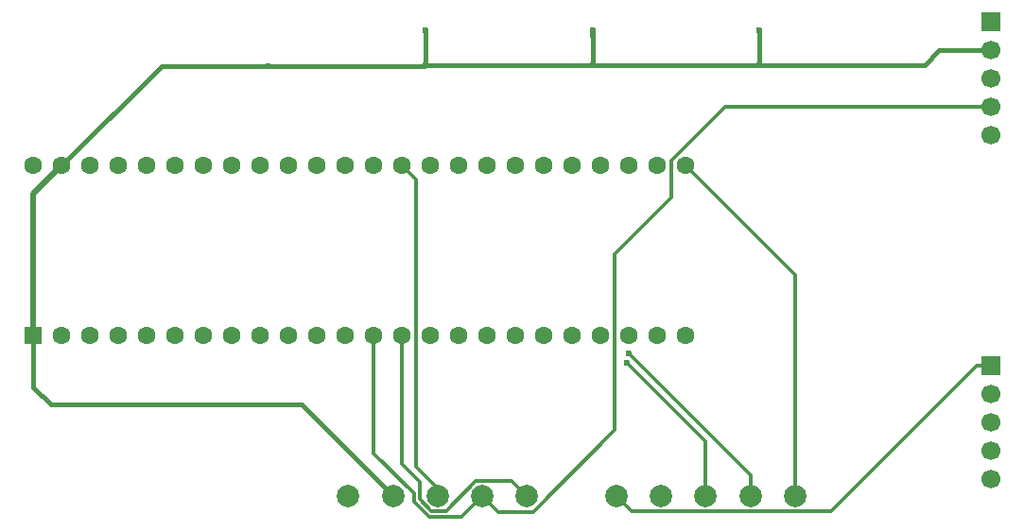
<source format=gbl>
G04 #@! TF.GenerationSoftware,KiCad,Pcbnew,9.0.4-9.0.4-0~ubuntu22.04.1*
G04 #@! TF.CreationDate,2025-10-13T12:48:48-07:00*
G04 #@! TF.ProjectId,test_arena,74657374-5f61-4726-956e-612e6b696361,rev?*
G04 #@! TF.SameCoordinates,Original*
G04 #@! TF.FileFunction,Copper,L2,Bot*
G04 #@! TF.FilePolarity,Positive*
%FSLAX46Y46*%
G04 Gerber Fmt 4.6, Leading zero omitted, Abs format (unit mm)*
G04 Created by KiCad (PCBNEW 9.0.4-9.0.4-0~ubuntu22.04.1) date 2025-10-13 12:48:48*
%MOMM*%
%LPD*%
G01*
G04 APERTURE LIST*
G04 #@! TA.AperFunction,ComponentPad*
%ADD10C,2.000000*%
G04 #@! TD*
G04 #@! TA.AperFunction,ComponentPad*
%ADD11R,1.700000X1.700000*%
G04 #@! TD*
G04 #@! TA.AperFunction,ComponentPad*
%ADD12C,1.700000*%
G04 #@! TD*
G04 #@! TA.AperFunction,ComponentPad*
%ADD13R,1.600000X1.600000*%
G04 #@! TD*
G04 #@! TA.AperFunction,ComponentPad*
%ADD14C,1.600000*%
G04 #@! TD*
G04 #@! TA.AperFunction,ViaPad*
%ADD15C,0.600000*%
G04 #@! TD*
G04 #@! TA.AperFunction,Conductor*
%ADD16C,0.400000*%
G04 #@! TD*
G04 #@! TA.AperFunction,Conductor*
%ADD17C,0.500000*%
G04 #@! TD*
G04 #@! TA.AperFunction,Conductor*
%ADD18C,0.300000*%
G04 #@! TD*
G04 APERTURE END LIST*
D10*
G04 #@! TO.P,TP6,1,1*
G04 #@! TO.N,/CS0*
X104000000Y-97000000D03*
G04 #@! TD*
G04 #@! TO.P,TP9,1,1*
G04 #@! TO.N,/CS3*
X116000000Y-97000000D03*
G04 #@! TD*
G04 #@! TO.P,TP2,1,1*
G04 #@! TO.N,GND*
X84000000Y-97000000D03*
G04 #@! TD*
G04 #@! TO.P,TP1,1,1*
G04 #@! TO.N,+5V*
X80000000Y-97000000D03*
G04 #@! TD*
G04 #@! TO.P,TP10,1,1*
G04 #@! TO.N,/EINT*
X120000000Y-97000000D03*
G04 #@! TD*
D11*
G04 #@! TO.P,J1,1,Pin_1*
G04 #@! TO.N,+5V*
X137500000Y-54520000D03*
D12*
G04 #@! TO.P,J1,2,Pin_2*
G04 #@! TO.N,GND*
X137500000Y-57060000D03*
G04 #@! TO.P,J1,3,Pin_3*
G04 #@! TO.N,/SCK*
X137500000Y-59600000D03*
G04 #@! TO.P,J1,4,Pin_4*
G04 #@! TO.N,/MOSI*
X137500000Y-62140000D03*
G04 #@! TO.P,J1,5,Pin_5*
G04 #@! TO.N,/MISO*
X137500000Y-64680000D03*
G04 #@! TD*
D10*
G04 #@! TO.P,TP4,1,1*
G04 #@! TO.N,/MOSI*
X92000000Y-97000000D03*
G04 #@! TD*
G04 #@! TO.P,TP7,1,1*
G04 #@! TO.N,/CS1*
X108000000Y-97000000D03*
G04 #@! TD*
G04 #@! TO.P,TP8,1,1*
G04 #@! TO.N,/CS2*
X112000000Y-97000000D03*
G04 #@! TD*
D13*
G04 #@! TO.P,U1,1,GND*
G04 #@! TO.N,GND*
X51790000Y-82620000D03*
D14*
G04 #@! TO.P,U1,2,0_RX1_CRX2_CS1*
G04 #@! TO.N,/CS0*
X54330000Y-82620000D03*
G04 #@! TO.P,U1,3,1_TX1_CTX2_MISO1*
G04 #@! TO.N,unconnected-(U1-1_TX1_CTX2_MISO1-Pad3)*
X56870000Y-82620000D03*
G04 #@! TO.P,U1,4,2_OUT2*
G04 #@! TO.N,/CS1*
X59410000Y-82620000D03*
G04 #@! TO.P,U1,5,3_LRCLK2*
G04 #@! TO.N,/CS2*
X61950000Y-82620000D03*
G04 #@! TO.P,U1,6,4_BCLK2*
G04 #@! TO.N,/CS3*
X64490000Y-82620000D03*
G04 #@! TO.P,U1,7,5_IN2*
G04 #@! TO.N,unconnected-(U1-5_IN2-Pad7)*
X67030000Y-82620000D03*
G04 #@! TO.P,U1,8,6_OUT1D*
G04 #@! TO.N,unconnected-(U1-6_OUT1D-Pad8)*
X69570000Y-82620000D03*
G04 #@! TO.P,U1,9,7_RX2_OUT1A*
G04 #@! TO.N,unconnected-(U1-7_RX2_OUT1A-Pad9)*
X72110000Y-82620000D03*
G04 #@! TO.P,U1,10,8_TX2_IN1*
G04 #@! TO.N,unconnected-(U1-8_TX2_IN1-Pad10)*
X74650000Y-82620000D03*
G04 #@! TO.P,U1,11,9_OUT1C*
G04 #@! TO.N,unconnected-(U1-9_OUT1C-Pad11)*
X77190000Y-82620000D03*
G04 #@! TO.P,U1,12,10_CS_MQSR*
G04 #@! TO.N,unconnected-(U1-10_CS_MQSR-Pad12)*
X79730000Y-82620000D03*
G04 #@! TO.P,U1,13,11_MOSI_CTX1*
G04 #@! TO.N,/MOSI*
X82270000Y-82620000D03*
G04 #@! TO.P,U1,14,12_MISO_MQSL*
G04 #@! TO.N,/MISO*
X84810000Y-82620000D03*
G04 #@! TO.P,U1,15,3V3*
G04 #@! TO.N,unconnected-(U1-3V3-Pad15)*
X87350000Y-82620000D03*
G04 #@! TO.P,U1,16,24_A10_TX6_SCL2*
G04 #@! TO.N,unconnected-(U1-24_A10_TX6_SCL2-Pad16)*
X89890000Y-82620000D03*
G04 #@! TO.P,U1,17,25_A11_RX6_SDA2*
G04 #@! TO.N,unconnected-(U1-25_A11_RX6_SDA2-Pad17)*
X92430000Y-82620000D03*
G04 #@! TO.P,U1,18,26_A12_MOSI1*
G04 #@! TO.N,unconnected-(U1-26_A12_MOSI1-Pad18)*
X94970000Y-82620000D03*
G04 #@! TO.P,U1,19,27_A13_SCK1*
G04 #@! TO.N,unconnected-(U1-27_A13_SCK1-Pad19)*
X97510000Y-82620000D03*
G04 #@! TO.P,U1,20,28_RX7*
G04 #@! TO.N,/DLED*
X100050000Y-82620000D03*
G04 #@! TO.P,U1,21,29_TX7*
G04 #@! TO.N,unconnected-(U1-29_TX7-Pad21)*
X102590000Y-82620000D03*
G04 #@! TO.P,U1,22,30_CRX3*
G04 #@! TO.N,unconnected-(U1-30_CRX3-Pad22)*
X105130000Y-82620000D03*
G04 #@! TO.P,U1,23,31_CTX3*
G04 #@! TO.N,unconnected-(U1-31_CTX3-Pad23)*
X107670000Y-82620000D03*
G04 #@! TO.P,U1,24,32_OUT1B*
G04 #@! TO.N,unconnected-(U1-32_OUT1B-Pad24)*
X110210000Y-82620000D03*
G04 #@! TO.P,U1,25,33_MCLK2*
G04 #@! TO.N,/EINT*
X110210000Y-67380000D03*
G04 #@! TO.P,U1,26,34_RX8*
G04 #@! TO.N,unconnected-(U1-34_RX8-Pad26)*
X107670000Y-67380000D03*
G04 #@! TO.P,U1,27,35_TX8*
G04 #@! TO.N,unconnected-(U1-35_TX8-Pad27)*
X105130000Y-67380000D03*
G04 #@! TO.P,U1,28,36_CS*
G04 #@! TO.N,unconnected-(U1-36_CS-Pad28)*
X102590000Y-67380000D03*
G04 #@! TO.P,U1,29,37_CS*
G04 #@! TO.N,unconnected-(U1-37_CS-Pad29)*
X100050000Y-67380000D03*
G04 #@! TO.P,U1,30,38_CS1_IN1*
G04 #@! TO.N,unconnected-(U1-38_CS1_IN1-Pad30)*
X97510000Y-67380000D03*
G04 #@! TO.P,U1,31,39_MISO1_OUT1A*
G04 #@! TO.N,unconnected-(U1-39_MISO1_OUT1A-Pad31)*
X94970000Y-67380000D03*
G04 #@! TO.P,U1,32,40_A16*
G04 #@! TO.N,unconnected-(U1-40_A16-Pad32)*
X92430000Y-67380000D03*
G04 #@! TO.P,U1,33,41_A17*
G04 #@! TO.N,unconnected-(U1-41_A17-Pad33)*
X89890000Y-67380000D03*
G04 #@! TO.P,U1,34,GND*
G04 #@! TO.N,unconnected-(U1-GND-Pad34)*
X87350000Y-67380000D03*
G04 #@! TO.P,U1,35,13_SCK_LED*
G04 #@! TO.N,/SCK*
X84810000Y-67380000D03*
G04 #@! TO.P,U1,36,14_A0_TX3_SPDIF_OUT*
G04 #@! TO.N,unconnected-(U1-14_A0_TX3_SPDIF_OUT-Pad36)*
X82270000Y-67380000D03*
G04 #@! TO.P,U1,37,15_A1_RX3_SPDIF_IN*
G04 #@! TO.N,unconnected-(U1-15_A1_RX3_SPDIF_IN-Pad37)*
X79730000Y-67380000D03*
G04 #@! TO.P,U1,38,16_A2_RX4_SCL1*
G04 #@! TO.N,unconnected-(U1-16_A2_RX4_SCL1-Pad38)*
X77190000Y-67380000D03*
G04 #@! TO.P,U1,39,17_A3_TX4_SDA1*
G04 #@! TO.N,unconnected-(U1-17_A3_TX4_SDA1-Pad39)*
X74650000Y-67380000D03*
G04 #@! TO.P,U1,40,18_A4_SDA*
G04 #@! TO.N,unconnected-(U1-18_A4_SDA-Pad40)*
X72110000Y-67380000D03*
G04 #@! TO.P,U1,41,19_A5_SCL*
G04 #@! TO.N,unconnected-(U1-19_A5_SCL-Pad41)*
X69570000Y-67380000D03*
G04 #@! TO.P,U1,42,20_A6_TX5_LRCLK1*
G04 #@! TO.N,unconnected-(U1-20_A6_TX5_LRCLK1-Pad42)*
X67030000Y-67380000D03*
G04 #@! TO.P,U1,43,21_A7_RX5_BCLK1*
G04 #@! TO.N,unconnected-(U1-21_A7_RX5_BCLK1-Pad43)*
X64490000Y-67380000D03*
G04 #@! TO.P,U1,44,22_A8_CTX1*
G04 #@! TO.N,unconnected-(U1-22_A8_CTX1-Pad44)*
X61950000Y-67380000D03*
G04 #@! TO.P,U1,45,23_A9_CRX1_MCLK1*
G04 #@! TO.N,unconnected-(U1-23_A9_CRX1_MCLK1-Pad45)*
X59410000Y-67380000D03*
G04 #@! TO.P,U1,46,3V3*
G04 #@! TO.N,unconnected-(U1-3V3-Pad46)*
X56870000Y-67380000D03*
G04 #@! TO.P,U1,47,GND*
G04 #@! TO.N,GND*
X54330000Y-67380000D03*
G04 #@! TO.P,U1,48,VIN*
G04 #@! TO.N,+5V*
X51790000Y-67380000D03*
G04 #@! TD*
D10*
G04 #@! TO.P,TP5,1,1*
G04 #@! TO.N,/MISO*
X96000000Y-97000000D03*
G04 #@! TD*
D11*
G04 #@! TO.P,J2,1,Pin_1*
G04 #@! TO.N,/CS0*
X137500000Y-85320000D03*
D12*
G04 #@! TO.P,J2,2,Pin_2*
G04 #@! TO.N,/CS1*
X137500000Y-87860000D03*
G04 #@! TO.P,J2,3,Pin_3*
G04 #@! TO.N,/CS2*
X137500000Y-90400000D03*
G04 #@! TO.P,J2,4,Pin_4*
G04 #@! TO.N,/CS3*
X137500000Y-92940000D03*
G04 #@! TO.P,J2,5,Pin_5*
G04 #@! TO.N,/EINT*
X137500000Y-95480000D03*
G04 #@! TD*
D10*
G04 #@! TO.P,TP3,1,1*
G04 #@! TO.N,/SCK*
X88000000Y-97000000D03*
G04 #@! TD*
D15*
G04 #@! TO.N,GND*
X86925000Y-55250000D03*
X116825000Y-55250000D03*
X72875000Y-58450000D03*
X116825000Y-58400000D03*
X101925000Y-55225000D03*
X101925000Y-58425000D03*
X86875000Y-58425000D03*
G04 #@! TO.N,/CS3*
X105078400Y-84221900D03*
G04 #@! TO.N,/CS2*
X104958800Y-85073500D03*
G04 #@! TD*
D16*
G04 #@! TO.N,GND*
X72875000Y-58450000D02*
X86850000Y-58450000D01*
X86875000Y-58425000D02*
X86875000Y-55300000D01*
X86875000Y-58425000D02*
X101925000Y-58425000D01*
D17*
X51790000Y-69920000D02*
X51790000Y-82620000D01*
D16*
X116825000Y-58400000D02*
X116825000Y-55250000D01*
X86875000Y-55300000D02*
X86925000Y-55250000D01*
X54330000Y-67380000D02*
X63260000Y-58450000D01*
X51790000Y-87240000D02*
X51790000Y-82620000D01*
X84000000Y-97000000D02*
X75800000Y-88800000D01*
X101925000Y-58425000D02*
X101925000Y-55875000D01*
X131575000Y-58400000D02*
X132915000Y-57060000D01*
X116825000Y-58400000D02*
X131575000Y-58400000D01*
X63260000Y-58450000D02*
X72875000Y-58450000D01*
X86850000Y-58450000D02*
X86875000Y-58425000D01*
X75800000Y-88800000D02*
X53350000Y-88800000D01*
X53350000Y-88800000D02*
X51790000Y-87240000D01*
D17*
X101925000Y-55875000D02*
X101925000Y-55225000D01*
D16*
X132915000Y-57060000D02*
X137500000Y-57060000D01*
D17*
X54330000Y-67380000D02*
X51790000Y-69920000D01*
D16*
X101925000Y-58425000D02*
X116800000Y-58425000D01*
X116800000Y-58425000D02*
X116825000Y-58400000D01*
D18*
G04 #@! TO.N,/MOSI*
X92000000Y-97000000D02*
X93403700Y-98403700D01*
X113777100Y-62140000D02*
X137500000Y-62140000D01*
X82270000Y-93200200D02*
X85863300Y-96793500D01*
X85863300Y-97502900D02*
X87215200Y-98854800D01*
X108940000Y-66977100D02*
X113777100Y-62140000D01*
X90145200Y-98854800D02*
X92000000Y-97000000D01*
X82270000Y-82620000D02*
X82270000Y-93200200D01*
X103860000Y-75295500D02*
X108940000Y-70215500D01*
X96569500Y-98403700D02*
X103860000Y-91113200D01*
X87215200Y-98854800D02*
X90145200Y-98854800D01*
X85863300Y-96793500D02*
X85863300Y-97502900D01*
X93403700Y-98403700D02*
X96569500Y-98403700D01*
X108940000Y-70215500D02*
X108940000Y-66977100D01*
X103860000Y-91113200D02*
X103860000Y-75295500D01*
G04 #@! TO.N,/MISO*
X96000000Y-97000000D02*
X94648300Y-95648300D01*
X88727800Y-98353100D02*
X87422900Y-98353100D01*
X86365000Y-97295200D02*
X86365000Y-95718600D01*
X87422900Y-98353100D02*
X86365000Y-97295200D01*
X86365000Y-95718600D02*
X84810000Y-94163600D01*
X91432600Y-95648300D02*
X88727800Y-98353100D01*
X94648300Y-95648300D02*
X91432600Y-95648300D01*
X84810000Y-94163600D02*
X84810000Y-82620000D01*
G04 #@! TO.N,/SCK*
X86080000Y-68650000D02*
X84810000Y-67380000D01*
X88000000Y-97000000D02*
X88000000Y-96290700D01*
X86080000Y-94370700D02*
X86080000Y-68650000D01*
X88000000Y-96290700D02*
X86080000Y-94370700D01*
G04 #@! TO.N,/CS0*
X104000000Y-97000000D02*
X105354700Y-98354700D01*
X105354700Y-98354700D02*
X123263600Y-98354700D01*
X123263600Y-98354700D02*
X136298300Y-85320000D01*
X137500000Y-85320000D02*
X136298300Y-85320000D01*
G04 #@! TO.N,/CS3*
X116000000Y-95143500D02*
X105078400Y-84221900D01*
X116000000Y-97000000D02*
X116000000Y-95143500D01*
G04 #@! TO.N,/CS2*
X112000000Y-97000000D02*
X112000000Y-92114700D01*
X112000000Y-92114700D02*
X104958800Y-85073500D01*
G04 #@! TO.N,/EINT*
X120000000Y-77170000D02*
X120000000Y-97000000D01*
X110210000Y-67380000D02*
X120000000Y-77170000D01*
G04 #@! TD*
M02*

</source>
